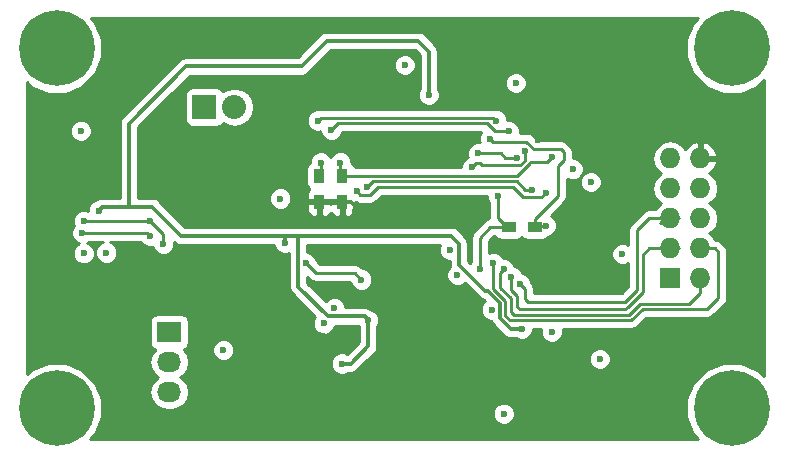
<source format=gbl>
G04 #@! TF.FileFunction,Copper,L2,Bot,Signal*
%FSLAX46Y46*%
G04 Gerber Fmt 4.6, Leading zero omitted, Abs format (unit mm)*
G04 Created by KiCad (PCBNEW 4.0.2-stable) date 8/15/2016 9:55:29 PM*
%MOMM*%
G01*
G04 APERTURE LIST*
%ADD10C,0.100000*%
%ADD11R,1.727200X1.727200*%
%ADD12O,1.727200X1.727200*%
%ADD13R,0.900000X1.200000*%
%ADD14R,1.200000X0.900000*%
%ADD15R,2.032000X2.032000*%
%ADD16O,2.032000X2.032000*%
%ADD17R,2.032000X1.727200*%
%ADD18O,2.032000X1.727200*%
%ADD19C,6.400000*%
%ADD20C,0.600000*%
%ADD21C,0.250000*%
%ADD22C,0.300000*%
%ADD23C,0.254000*%
G04 APERTURE END LIST*
D10*
D11*
X102950000Y-78000000D03*
D12*
X105490000Y-78000000D03*
X102950000Y-75460000D03*
X105490000Y-75460000D03*
X102950000Y-72920000D03*
X105490000Y-72920000D03*
X102950000Y-70380000D03*
X105490000Y-70380000D03*
X102950000Y-67840000D03*
X105490000Y-67840000D03*
D13*
X75192100Y-71526200D03*
X75192100Y-69326200D03*
X73249000Y-71526200D03*
X73249000Y-69326200D03*
D14*
X89294000Y-73652000D03*
X91494000Y-73652000D03*
D15*
X63520800Y-63492000D03*
D16*
X66060800Y-63492000D03*
D17*
X60549000Y-82542000D03*
D18*
X60549000Y-85082000D03*
X60549000Y-87622000D03*
D19*
X51000000Y-58520000D03*
X51000000Y-89000000D03*
X108150000Y-89000000D03*
X108150000Y-58520000D03*
D20*
X88235000Y-64635000D03*
X73122000Y-64635000D03*
X70328000Y-74977000D03*
X75154000Y-85209000D03*
X77382000Y-81526000D03*
X90394000Y-82288000D03*
X82520000Y-62476000D03*
X54580000Y-72255000D03*
X88870000Y-89456000D03*
X96998000Y-84828000D03*
X65121000Y-84066000D03*
X73630000Y-81816000D03*
X74519000Y-80546000D03*
X55219900Y-75811000D03*
X53310000Y-75876500D03*
X88362000Y-70985000D03*
X86838000Y-77208000D03*
X92934000Y-82542000D03*
X87854000Y-80637000D03*
X84933000Y-77716000D03*
X89886000Y-61460000D03*
X80488000Y-59936000D03*
X94712000Y-68755300D03*
X98903000Y-75938000D03*
X96236000Y-69842000D03*
X69947000Y-71239000D03*
X53056000Y-65505000D03*
X95292000Y-89654000D03*
X66772000Y-89939000D03*
X73503000Y-60444000D03*
X76678000Y-60317000D03*
X88108000Y-61587000D03*
X91791000Y-66286000D03*
X76297000Y-72382000D03*
X95220000Y-73012600D03*
X92426000Y-77589000D03*
X84298000Y-75557000D03*
X76805000Y-78097000D03*
X72106000Y-76700000D03*
X89290110Y-65526247D03*
X74265000Y-65397000D03*
X86711000Y-67419010D03*
X89965100Y-67810000D03*
X90648000Y-67175000D03*
X86203000Y-68572000D03*
X90267000Y-78478000D03*
X89505000Y-77843000D03*
X88870000Y-77208000D03*
X87981000Y-76686300D03*
X92426000Y-73525000D03*
X87727000Y-66159000D03*
X75027000Y-68191000D03*
X92934000Y-67683000D03*
X76424000Y-70604000D03*
X73376000Y-68191000D03*
X92426000Y-70731000D03*
X77313000Y-70223000D03*
X91283000Y-70477000D03*
X60041000Y-75049000D03*
X58898000Y-73117900D03*
X53288600Y-73165400D03*
X58898000Y-74414000D03*
X53183000Y-74160000D03*
D21*
X87981000Y-64381000D02*
X88235000Y-64635000D01*
X84679000Y-64381000D02*
X87981000Y-64381000D01*
X73376000Y-64381000D02*
X73122000Y-64635000D01*
X84679000Y-64381000D02*
X73376000Y-64381000D01*
D22*
X61565000Y-74414000D02*
X70455000Y-74414000D01*
X70328000Y-74541000D02*
X70455000Y-74414000D01*
X70455000Y-74414000D02*
X71471000Y-74414000D01*
X70328000Y-74977000D02*
X70328000Y-74541000D01*
X75916000Y-85209000D02*
X75154000Y-85209000D01*
X77382000Y-83743000D02*
X75916000Y-85209000D01*
X77382000Y-81526000D02*
X77382000Y-83743000D01*
X71471000Y-74414000D02*
X84425000Y-74414000D01*
X73965001Y-81226001D02*
X71455999Y-78716999D01*
X71455999Y-78716999D02*
X71455999Y-74429001D01*
X71455999Y-74429001D02*
X71471000Y-74414000D01*
X77382000Y-81526000D02*
X77082001Y-81226001D01*
X77082001Y-81226001D02*
X73965001Y-81226001D01*
X57120000Y-71955001D02*
X59106001Y-71955001D01*
X88521990Y-81341755D02*
X89468235Y-82288000D01*
X59106001Y-71955001D02*
X61565000Y-74414000D01*
X84425000Y-74414000D02*
X85060000Y-75049000D01*
X88521990Y-80071754D02*
X88521990Y-81341755D01*
X85060000Y-75049000D02*
X85060000Y-76827000D01*
X85060000Y-76827000D02*
X87288755Y-79055755D01*
X87288755Y-79055755D02*
X87505990Y-79055755D01*
X87505990Y-79055755D02*
X88521990Y-80071754D01*
X89468235Y-82288000D02*
X90394000Y-82288000D01*
X82520000Y-58793000D02*
X82520000Y-62476000D01*
X81631000Y-57904000D02*
X82520000Y-58793000D01*
X73884000Y-57904000D02*
X81631000Y-57904000D01*
X71740001Y-60047999D02*
X73884000Y-57904000D01*
X57120000Y-64889000D02*
X61961001Y-60047999D01*
X61961001Y-60047999D02*
X71740001Y-60047999D01*
X54879999Y-71955001D02*
X57120000Y-71955001D01*
X57120000Y-71955001D02*
X57120000Y-64889000D01*
X54580000Y-72255000D02*
X54879999Y-71955001D01*
D21*
X88362000Y-70985000D02*
X88362000Y-72870000D01*
X88362000Y-72870000D02*
X89144000Y-73652000D01*
X89144000Y-73652000D02*
X89294000Y-73652000D01*
X86838000Y-74541000D02*
X86838000Y-77208000D01*
X87727000Y-73652000D02*
X86838000Y-74541000D01*
X89294000Y-73652000D02*
X87727000Y-73652000D01*
D22*
X91791000Y-66286000D02*
X88108000Y-62603000D01*
X88108000Y-62603000D02*
X88108000Y-62349000D01*
X88108000Y-62349000D02*
X88108000Y-61587000D01*
X76297000Y-71881100D02*
X76297000Y-72382000D01*
X75192100Y-71526200D02*
X75942100Y-71526200D01*
X75942100Y-71526200D02*
X76297000Y-71881100D01*
X73249000Y-71526200D02*
X75192100Y-71526200D01*
D21*
X76251001Y-77543001D02*
X76805000Y-78097000D01*
X75489001Y-77543001D02*
X76251001Y-77543001D01*
X73965001Y-77543001D02*
X75489001Y-77543001D01*
X72949001Y-77543001D02*
X72106000Y-76700000D01*
X73965001Y-77543001D02*
X72949001Y-77543001D01*
X88108000Y-65524000D02*
X89287863Y-65524000D01*
X89287863Y-65524000D02*
X89290110Y-65526247D01*
X87415010Y-64831010D02*
X88108000Y-65524000D01*
X84492600Y-64831010D02*
X87415010Y-64831010D01*
X74830990Y-64831010D02*
X84492600Y-64831010D01*
X74265000Y-65397000D02*
X74830990Y-64831010D01*
X88606010Y-67419010D02*
X88997000Y-67810000D01*
X88997000Y-67810000D02*
X89965100Y-67810000D01*
X86711000Y-67419010D02*
X88606010Y-67419010D01*
X90648000Y-68064000D02*
X90648000Y-67175000D01*
X90276999Y-68435001D02*
X90648000Y-68064000D01*
X86883999Y-68272001D02*
X87046999Y-68435001D01*
X87046999Y-68435001D02*
X90276999Y-68435001D01*
X86203000Y-68572000D02*
X86502999Y-68272001D01*
X86502999Y-68272001D02*
X86883999Y-68272001D01*
X90267000Y-78478000D02*
X90648000Y-78859000D01*
X90648000Y-78859000D02*
X90648000Y-79748000D01*
X90902000Y-80002000D02*
X99157000Y-80002000D01*
X90648000Y-79748000D02*
X90902000Y-80002000D01*
X99157000Y-80002000D02*
X100173000Y-78986000D01*
X100173000Y-78986000D02*
X100173000Y-73906000D01*
X100173000Y-73906000D02*
X101159000Y-72920000D01*
X101159000Y-72920000D02*
X102950000Y-72920000D01*
X103705000Y-72920000D02*
X102483686Y-72920000D01*
X102483686Y-72920000D02*
X102078000Y-73325686D01*
X100623010Y-75995990D02*
X101159000Y-75460000D01*
X101159000Y-75460000D02*
X102950000Y-75460000D01*
X100623010Y-79172400D02*
X100623010Y-75995990D01*
X99168020Y-80625980D02*
X99341990Y-80452010D01*
X99341990Y-80452010D02*
X99343401Y-80452009D01*
X99343401Y-80452009D02*
X100623010Y-79172400D01*
X103705000Y-75460000D02*
X102175000Y-75460000D01*
X90013000Y-80383000D02*
X90013000Y-79494000D01*
X99168020Y-80625980D02*
X90255980Y-80625980D01*
X90255980Y-80625980D02*
X90013000Y-80383000D01*
X90013000Y-79494000D02*
X89505000Y-78986000D01*
X89505000Y-78986000D02*
X89505000Y-77843000D01*
X99480010Y-81075990D02*
X89689990Y-81075990D01*
X100427000Y-80129000D02*
X99480010Y-81075990D01*
X104582314Y-80129000D02*
X100427000Y-80129000D01*
X105490000Y-78000000D02*
X105490000Y-79221314D01*
X105490000Y-79221314D02*
X104582314Y-80129000D01*
X88870000Y-77208000D02*
X88570001Y-77507999D01*
X88570001Y-77507999D02*
X88570001Y-78811591D01*
X88570001Y-78811591D02*
X89447010Y-79688600D01*
X89447010Y-79688600D02*
X89447010Y-80833010D01*
X89447010Y-80833010D02*
X89689990Y-81075990D01*
X105490000Y-75460000D02*
X106711314Y-75460000D01*
X106711314Y-75460000D02*
X107031000Y-75779686D01*
X107031000Y-75779686D02*
X107031000Y-79621000D01*
X107031000Y-79621000D02*
X106072990Y-80579010D01*
X89378000Y-81526000D02*
X88997000Y-81145000D01*
X106072990Y-80579010D02*
X100613400Y-80579010D01*
X88997000Y-79875000D02*
X87981000Y-78859000D01*
X100613400Y-80579010D02*
X99666410Y-81526000D01*
X99666410Y-81526000D02*
X89378000Y-81526000D01*
X88997000Y-81145000D02*
X88997000Y-79875000D01*
X87981000Y-78859000D02*
X87981000Y-76686300D01*
X92426000Y-73525000D02*
X91621000Y-73525000D01*
X91621000Y-73525000D02*
X91494000Y-73652000D01*
X87727000Y-66159000D02*
X87981000Y-66413000D01*
X87981000Y-66413000D02*
X90775000Y-66413000D01*
X90775000Y-66413000D02*
X91419999Y-67057999D01*
X91419999Y-67057999D02*
X93705999Y-67057999D01*
X93705999Y-67057999D02*
X93950000Y-67302000D01*
X93950000Y-67302000D02*
X93950000Y-67937000D01*
X93950000Y-67937000D02*
X93442000Y-68445000D01*
X93442000Y-68445000D02*
X93442000Y-71004000D01*
X93442000Y-71004000D02*
X91494000Y-72952000D01*
X91494000Y-72952000D02*
X91494000Y-73652000D01*
X75192100Y-69326200D02*
X90022210Y-69326200D01*
X90022210Y-69326200D02*
X91098009Y-68250401D01*
X91098009Y-68250401D02*
X91098009Y-68121991D01*
X91098009Y-68121991D02*
X92495009Y-68121991D01*
X92495009Y-68121991D02*
X92934000Y-67683000D01*
X75027000Y-68191000D02*
X75027000Y-69161100D01*
X75027000Y-69161100D02*
X75192100Y-69326200D01*
X76424000Y-70604000D02*
X76723999Y-70903999D01*
X76723999Y-70903999D02*
X77521001Y-70903999D01*
X77521001Y-70903999D02*
X78198780Y-70226220D01*
X78198780Y-70226220D02*
X89635220Y-70226220D01*
X89635220Y-70226220D02*
X90511001Y-71102001D01*
X90511001Y-71102001D02*
X92054999Y-71102001D01*
X92054999Y-71102001D02*
X92426000Y-70731000D01*
X73376000Y-68191000D02*
X73376000Y-69199200D01*
X73376000Y-69199200D02*
X73249000Y-69326200D01*
X77313000Y-70223000D02*
X77759790Y-69776210D01*
X77759790Y-69776210D02*
X89947210Y-69776210D01*
X89947210Y-69776210D02*
X90648000Y-70477000D01*
X90648000Y-70477000D02*
X91283000Y-70477000D01*
X60041000Y-75049000D02*
X60041000Y-74260900D01*
X60041000Y-74260900D02*
X58898000Y-73117900D01*
X58368600Y-73165400D02*
X58416100Y-73117900D01*
X58416100Y-73117900D02*
X58898000Y-73117900D01*
X53288600Y-73165400D02*
X58368600Y-73165400D01*
X58644000Y-74160000D02*
X58898000Y-74414000D01*
X53183000Y-74160000D02*
X58644000Y-74160000D01*
D23*
G36*
X104900741Y-56344811D02*
X104315667Y-57753825D01*
X104314336Y-59279482D01*
X104896950Y-60689515D01*
X105974811Y-61769259D01*
X107383825Y-62354333D01*
X108909482Y-62355664D01*
X110319515Y-61773050D01*
X110868000Y-61225522D01*
X110868000Y-86294500D01*
X110325189Y-85750741D01*
X108916175Y-85165667D01*
X107390518Y-85164336D01*
X105980485Y-85746950D01*
X104900741Y-86824811D01*
X104315667Y-88233825D01*
X104314336Y-89759482D01*
X104896950Y-91169515D01*
X105312709Y-91586000D01*
X53837730Y-91586000D01*
X54249259Y-91175189D01*
X54834333Y-89766175D01*
X54834442Y-89641167D01*
X87934838Y-89641167D01*
X88076883Y-89984943D01*
X88339673Y-90248192D01*
X88683201Y-90390838D01*
X89055167Y-90391162D01*
X89398943Y-90249117D01*
X89662192Y-89986327D01*
X89804838Y-89642799D01*
X89805162Y-89270833D01*
X89663117Y-88927057D01*
X89400327Y-88663808D01*
X89056799Y-88521162D01*
X88684833Y-88520838D01*
X88341057Y-88662883D01*
X88077808Y-88925673D01*
X87935162Y-89269201D01*
X87934838Y-89641167D01*
X54834442Y-89641167D01*
X54835664Y-88240518D01*
X54253050Y-86830485D01*
X53175189Y-85750741D01*
X51766175Y-85165667D01*
X50240518Y-85164336D01*
X48830485Y-85746950D01*
X48457000Y-86119784D01*
X48457000Y-85082000D01*
X58865655Y-85082000D01*
X58979729Y-85655489D01*
X59304585Y-86141670D01*
X59619366Y-86352000D01*
X59304585Y-86562330D01*
X58979729Y-87048511D01*
X58865655Y-87622000D01*
X58979729Y-88195489D01*
X59304585Y-88681670D01*
X59790766Y-89006526D01*
X60364255Y-89120600D01*
X60733745Y-89120600D01*
X61307234Y-89006526D01*
X61793415Y-88681670D01*
X62118271Y-88195489D01*
X62232345Y-87622000D01*
X62118271Y-87048511D01*
X61793415Y-86562330D01*
X61478634Y-86352000D01*
X61793415Y-86141670D01*
X62118271Y-85655489D01*
X62232345Y-85082000D01*
X62118271Y-84508511D01*
X61946320Y-84251167D01*
X64185838Y-84251167D01*
X64327883Y-84594943D01*
X64590673Y-84858192D01*
X64934201Y-85000838D01*
X65306167Y-85001162D01*
X65649943Y-84859117D01*
X65913192Y-84596327D01*
X66055838Y-84252799D01*
X66056162Y-83880833D01*
X65914117Y-83537057D01*
X65651327Y-83273808D01*
X65307799Y-83131162D01*
X64935833Y-83130838D01*
X64592057Y-83272883D01*
X64328808Y-83535673D01*
X64186162Y-83879201D01*
X64185838Y-84251167D01*
X61946320Y-84251167D01*
X61793415Y-84022330D01*
X61779087Y-84012757D01*
X61800317Y-84008762D01*
X62016441Y-83869690D01*
X62161431Y-83657490D01*
X62212440Y-83405600D01*
X62212440Y-81678400D01*
X62168162Y-81443083D01*
X62029090Y-81226959D01*
X61816890Y-81081969D01*
X61565000Y-81030960D01*
X59533000Y-81030960D01*
X59297683Y-81075238D01*
X59081559Y-81214310D01*
X58936569Y-81426510D01*
X58885560Y-81678400D01*
X58885560Y-83405600D01*
X58929838Y-83640917D01*
X59068910Y-83857041D01*
X59281110Y-84002031D01*
X59322439Y-84010400D01*
X59304585Y-84022330D01*
X58979729Y-84508511D01*
X58865655Y-85082000D01*
X48457000Y-85082000D01*
X48457000Y-74345167D01*
X52247838Y-74345167D01*
X52389883Y-74688943D01*
X52652673Y-74952192D01*
X52875068Y-75044539D01*
X52781057Y-75083383D01*
X52517808Y-75346173D01*
X52375162Y-75689701D01*
X52374838Y-76061667D01*
X52516883Y-76405443D01*
X52779673Y-76668692D01*
X53123201Y-76811338D01*
X53495167Y-76811662D01*
X53838943Y-76669617D01*
X54102192Y-76406827D01*
X54244838Y-76063299D01*
X54245162Y-75691333D01*
X54103117Y-75347557D01*
X53840327Y-75084308D01*
X53617932Y-74991961D01*
X53711943Y-74953117D01*
X53745118Y-74920000D01*
X54927853Y-74920000D01*
X54690957Y-75017883D01*
X54427708Y-75280673D01*
X54285062Y-75624201D01*
X54284738Y-75996167D01*
X54426783Y-76339943D01*
X54689573Y-76603192D01*
X55033101Y-76745838D01*
X55405067Y-76746162D01*
X55748843Y-76604117D01*
X56012092Y-76341327D01*
X56154738Y-75997799D01*
X56155062Y-75625833D01*
X56013017Y-75282057D01*
X55750227Y-75018808D01*
X55512272Y-74920000D01*
X58095403Y-74920000D01*
X58104883Y-74942943D01*
X58367673Y-75206192D01*
X58711201Y-75348838D01*
X59083167Y-75349162D01*
X59143118Y-75324391D01*
X59247883Y-75577943D01*
X59510673Y-75841192D01*
X59854201Y-75983838D01*
X60226167Y-75984162D01*
X60569943Y-75842117D01*
X60833192Y-75579327D01*
X60975838Y-75235799D01*
X60976100Y-74935258D01*
X61009921Y-74969079D01*
X61264594Y-75139245D01*
X61565000Y-75199000D01*
X69408057Y-75199000D01*
X69534883Y-75505943D01*
X69797673Y-75769192D01*
X70141201Y-75911838D01*
X70513167Y-75912162D01*
X70670999Y-75846947D01*
X70670999Y-78716999D01*
X70730754Y-79017406D01*
X70900920Y-79272078D01*
X72876195Y-81247353D01*
X72837808Y-81285673D01*
X72695162Y-81629201D01*
X72694838Y-82001167D01*
X72836883Y-82344943D01*
X73099673Y-82608192D01*
X73443201Y-82750838D01*
X73815167Y-82751162D01*
X74158943Y-82609117D01*
X74422192Y-82346327D01*
X74561432Y-82011001D01*
X76570727Y-82011001D01*
X76588883Y-82054943D01*
X76597000Y-82063074D01*
X76597000Y-83417842D01*
X75623353Y-84391489D01*
X75340799Y-84274162D01*
X74968833Y-84273838D01*
X74625057Y-84415883D01*
X74361808Y-84678673D01*
X74219162Y-85022201D01*
X74218838Y-85394167D01*
X74360883Y-85737943D01*
X74623673Y-86001192D01*
X74967201Y-86143838D01*
X75339167Y-86144162D01*
X75682943Y-86002117D01*
X75691074Y-85994000D01*
X75916000Y-85994000D01*
X76216407Y-85934245D01*
X76471079Y-85764079D01*
X77221991Y-85013167D01*
X96062838Y-85013167D01*
X96204883Y-85356943D01*
X96467673Y-85620192D01*
X96811201Y-85762838D01*
X97183167Y-85763162D01*
X97526943Y-85621117D01*
X97790192Y-85358327D01*
X97932838Y-85014799D01*
X97933162Y-84642833D01*
X97791117Y-84299057D01*
X97528327Y-84035808D01*
X97184799Y-83893162D01*
X96812833Y-83892838D01*
X96469057Y-84034883D01*
X96205808Y-84297673D01*
X96063162Y-84641201D01*
X96062838Y-85013167D01*
X77221991Y-85013167D01*
X77937079Y-84298079D01*
X78107245Y-84043407D01*
X78167000Y-83743000D01*
X78167000Y-82063506D01*
X78174192Y-82056327D01*
X78316838Y-81712799D01*
X78317162Y-81340833D01*
X78175117Y-80997057D01*
X77912327Y-80733808D01*
X77568799Y-80591162D01*
X77517644Y-80591117D01*
X77382408Y-80500756D01*
X77082001Y-80441001D01*
X75454092Y-80441001D01*
X75454162Y-80360833D01*
X75312117Y-80017057D01*
X75049327Y-79753808D01*
X74705799Y-79611162D01*
X74333833Y-79610838D01*
X73990057Y-79752883D01*
X73795880Y-79946722D01*
X72240999Y-78391841D01*
X72240999Y-77909801D01*
X72411600Y-78080402D01*
X72658161Y-78245149D01*
X72706415Y-78254747D01*
X72949001Y-78303001D01*
X75878446Y-78303001D01*
X76011883Y-78625943D01*
X76274673Y-78889192D01*
X76618201Y-79031838D01*
X76990167Y-79032162D01*
X77333943Y-78890117D01*
X77597192Y-78627327D01*
X77739838Y-78283799D01*
X77740162Y-77911833D01*
X77598117Y-77568057D01*
X77335327Y-77304808D01*
X76991799Y-77162162D01*
X76944923Y-77162121D01*
X76788402Y-77005600D01*
X76541840Y-76840853D01*
X76251001Y-76783001D01*
X73263803Y-76783001D01*
X73041122Y-76560320D01*
X73041162Y-76514833D01*
X72899117Y-76171057D01*
X72636327Y-75907808D01*
X72292799Y-75765162D01*
X72240999Y-75765117D01*
X72240999Y-75199000D01*
X83434251Y-75199000D01*
X83363162Y-75370201D01*
X83362838Y-75742167D01*
X83504883Y-76085943D01*
X83767673Y-76349192D01*
X84111201Y-76491838D01*
X84275000Y-76491981D01*
X84275000Y-76827000D01*
X84312294Y-77014486D01*
X84140808Y-77185673D01*
X83998162Y-77529201D01*
X83997838Y-77901167D01*
X84139883Y-78244943D01*
X84402673Y-78508192D01*
X84746201Y-78650838D01*
X85118167Y-78651162D01*
X85461943Y-78509117D01*
X85547025Y-78424183D01*
X86733676Y-79610834D01*
X86988349Y-79781000D01*
X87154035Y-79813958D01*
X87254447Y-79914370D01*
X87061808Y-80106673D01*
X86919162Y-80450201D01*
X86918838Y-80822167D01*
X87060883Y-81165943D01*
X87323673Y-81429192D01*
X87667201Y-81571838D01*
X87782777Y-81571939D01*
X87796745Y-81642162D01*
X87966911Y-81896834D01*
X88913154Y-82843076D01*
X88913156Y-82843079D01*
X89085149Y-82958000D01*
X89167829Y-83013245D01*
X89468235Y-83073001D01*
X89468240Y-83073000D01*
X89856494Y-83073000D01*
X89863673Y-83080192D01*
X90207201Y-83222838D01*
X90579167Y-83223162D01*
X90922943Y-83081117D01*
X91186192Y-82818327D01*
X91328838Y-82474799D01*
X91329002Y-82286000D01*
X92027897Y-82286000D01*
X91999162Y-82355201D01*
X91998838Y-82727167D01*
X92140883Y-83070943D01*
X92403673Y-83334192D01*
X92747201Y-83476838D01*
X93119167Y-83477162D01*
X93462943Y-83335117D01*
X93726192Y-83072327D01*
X93868838Y-82728799D01*
X93869162Y-82356833D01*
X93839894Y-82286000D01*
X99666410Y-82286000D01*
X99957249Y-82228148D01*
X100203811Y-82063401D01*
X100928202Y-81339010D01*
X106072990Y-81339010D01*
X106363829Y-81281158D01*
X106610391Y-81116411D01*
X107568401Y-80158401D01*
X107733148Y-79911839D01*
X107791000Y-79621000D01*
X107791000Y-75779686D01*
X107773101Y-75689701D01*
X107733148Y-75488846D01*
X107568401Y-75242285D01*
X107248715Y-74922599D01*
X107002153Y-74757852D01*
X106778442Y-74713353D01*
X106549670Y-74370971D01*
X106278828Y-74190000D01*
X106549670Y-74009029D01*
X106874526Y-73522848D01*
X106988600Y-72949359D01*
X106988600Y-72890641D01*
X106874526Y-72317152D01*
X106549670Y-71830971D01*
X106278828Y-71650000D01*
X106549670Y-71469029D01*
X106874526Y-70982848D01*
X106988600Y-70409359D01*
X106988600Y-70350641D01*
X106874526Y-69777152D01*
X106549670Y-69290971D01*
X106278839Y-69110008D01*
X106696821Y-68728490D01*
X106944968Y-68199027D01*
X106824469Y-67967000D01*
X105617000Y-67967000D01*
X105617000Y-67987000D01*
X105363000Y-67987000D01*
X105363000Y-67967000D01*
X105343000Y-67967000D01*
X105343000Y-67713000D01*
X105363000Y-67713000D01*
X105363000Y-66506183D01*
X105617000Y-66506183D01*
X105617000Y-67713000D01*
X106824469Y-67713000D01*
X106944968Y-67480973D01*
X106696821Y-66951510D01*
X106264947Y-66557312D01*
X105849026Y-66385042D01*
X105617000Y-66506183D01*
X105363000Y-66506183D01*
X105130974Y-66385042D01*
X104715053Y-66557312D01*
X104283179Y-66951510D01*
X104225664Y-67074228D01*
X104009670Y-66750971D01*
X103523489Y-66426115D01*
X102950000Y-66312041D01*
X102376511Y-66426115D01*
X101890330Y-66750971D01*
X101565474Y-67237152D01*
X101451400Y-67810641D01*
X101451400Y-67869359D01*
X101565474Y-68442848D01*
X101890330Y-68929029D01*
X102161172Y-69110000D01*
X101890330Y-69290971D01*
X101565474Y-69777152D01*
X101451400Y-70350641D01*
X101451400Y-70409359D01*
X101565474Y-70982848D01*
X101890330Y-71469029D01*
X102161172Y-71650000D01*
X101890330Y-71830971D01*
X101670480Y-72160000D01*
X101159000Y-72160000D01*
X100868161Y-72217852D01*
X100621599Y-72382599D01*
X99635599Y-73368599D01*
X99470852Y-73615161D01*
X99413000Y-73906000D01*
X99413000Y-75137367D01*
X99089799Y-75003162D01*
X98717833Y-75002838D01*
X98374057Y-75144883D01*
X98110808Y-75407673D01*
X97968162Y-75751201D01*
X97967838Y-76123167D01*
X98109883Y-76466943D01*
X98372673Y-76730192D01*
X98716201Y-76872838D01*
X99088167Y-76873162D01*
X99413000Y-76738944D01*
X99413000Y-78671198D01*
X98842198Y-79242000D01*
X91408000Y-79242000D01*
X91408000Y-78859000D01*
X91366594Y-78650838D01*
X91350148Y-78568160D01*
X91202115Y-78346613D01*
X91202162Y-78292833D01*
X91060117Y-77949057D01*
X90797327Y-77685808D01*
X90453799Y-77543162D01*
X90392759Y-77543109D01*
X90298117Y-77314057D01*
X90035327Y-77050808D01*
X89771446Y-76941235D01*
X89663117Y-76679057D01*
X89400327Y-76415808D01*
X89056799Y-76273162D01*
X88821882Y-76272957D01*
X88774117Y-76157357D01*
X88511327Y-75894108D01*
X88167799Y-75751462D01*
X87795833Y-75751138D01*
X87598000Y-75832881D01*
X87598000Y-74855802D01*
X88041802Y-74412000D01*
X88138895Y-74412000D01*
X88229910Y-74553441D01*
X88442110Y-74698431D01*
X88694000Y-74749440D01*
X89894000Y-74749440D01*
X90129317Y-74705162D01*
X90345441Y-74566090D01*
X90393134Y-74496289D01*
X90429910Y-74553441D01*
X90642110Y-74698431D01*
X90894000Y-74749440D01*
X92094000Y-74749440D01*
X92329317Y-74705162D01*
X92545441Y-74566090D01*
X92620435Y-74456333D01*
X92954943Y-74318117D01*
X93218192Y-74055327D01*
X93360838Y-73711799D01*
X93361162Y-73339833D01*
X93219117Y-72996057D01*
X92956327Y-72732808D01*
X92837384Y-72683418D01*
X93979401Y-71541401D01*
X94144148Y-71294839D01*
X94202000Y-71004000D01*
X94202000Y-69555933D01*
X94525201Y-69690138D01*
X94897167Y-69690462D01*
X95240943Y-69548417D01*
X95419529Y-69370142D01*
X95301162Y-69655201D01*
X95300838Y-70027167D01*
X95442883Y-70370943D01*
X95705673Y-70634192D01*
X96049201Y-70776838D01*
X96421167Y-70777162D01*
X96764943Y-70635117D01*
X97028192Y-70372327D01*
X97170838Y-70028799D01*
X97171162Y-69656833D01*
X97029117Y-69313057D01*
X96766327Y-69049808D01*
X96422799Y-68907162D01*
X96050833Y-68906838D01*
X95707057Y-69048883D01*
X95528471Y-69227158D01*
X95646838Y-68942099D01*
X95647162Y-68570133D01*
X95505117Y-68226357D01*
X95242327Y-67963108D01*
X94898799Y-67820462D01*
X94710000Y-67820298D01*
X94710000Y-67302000D01*
X94652148Y-67011161D01*
X94487401Y-66764599D01*
X94243400Y-66520598D01*
X93996838Y-66355851D01*
X93705999Y-66297999D01*
X91734801Y-66297999D01*
X91312401Y-65875599D01*
X91065839Y-65710852D01*
X90775000Y-65653000D01*
X90225000Y-65653000D01*
X90225272Y-65341080D01*
X90083227Y-64997304D01*
X89820437Y-64734055D01*
X89476909Y-64591409D01*
X89170039Y-64591142D01*
X89170162Y-64449833D01*
X89028117Y-64106057D01*
X88765327Y-63842808D01*
X88421799Y-63700162D01*
X88303578Y-63700059D01*
X88271839Y-63678852D01*
X87981000Y-63621000D01*
X73376000Y-63621000D01*
X73085160Y-63678852D01*
X73053600Y-63699940D01*
X72936833Y-63699838D01*
X72593057Y-63841883D01*
X72329808Y-64104673D01*
X72187162Y-64448201D01*
X72186838Y-64820167D01*
X72328883Y-65163943D01*
X72591673Y-65427192D01*
X72935201Y-65569838D01*
X73307167Y-65570162D01*
X73329857Y-65560787D01*
X73329838Y-65582167D01*
X73471883Y-65925943D01*
X73734673Y-66189192D01*
X74078201Y-66331838D01*
X74450167Y-66332162D01*
X74793943Y-66190117D01*
X75057192Y-65927327D01*
X75196844Y-65591010D01*
X86972537Y-65591010D01*
X86934808Y-65628673D01*
X86792162Y-65972201D01*
X86791838Y-66344167D01*
X86849669Y-66484130D01*
X86525833Y-66483848D01*
X86182057Y-66625893D01*
X85918808Y-66888683D01*
X85776162Y-67232211D01*
X85775838Y-67604177D01*
X85822655Y-67717484D01*
X85674057Y-67778883D01*
X85410808Y-68041673D01*
X85268162Y-68385201D01*
X85268004Y-68566200D01*
X76259434Y-68566200D01*
X76245262Y-68490883D01*
X76106190Y-68274759D01*
X75962014Y-68176247D01*
X75962162Y-68005833D01*
X75820117Y-67662057D01*
X75557327Y-67398808D01*
X75213799Y-67256162D01*
X74841833Y-67255838D01*
X74498057Y-67397883D01*
X74234808Y-67660673D01*
X74201595Y-67740659D01*
X74169117Y-67662057D01*
X73906327Y-67398808D01*
X73562799Y-67256162D01*
X73190833Y-67255838D01*
X72847057Y-67397883D01*
X72583808Y-67660673D01*
X72441162Y-68004201D01*
X72440990Y-68201989D01*
X72347559Y-68262110D01*
X72202569Y-68474310D01*
X72151560Y-68726200D01*
X72151560Y-69926200D01*
X72195838Y-70161517D01*
X72334910Y-70377641D01*
X72403006Y-70424169D01*
X72260673Y-70566502D01*
X72164000Y-70799891D01*
X72164000Y-71240450D01*
X72322750Y-71399200D01*
X73122000Y-71399200D01*
X73122000Y-71379200D01*
X73376000Y-71379200D01*
X73376000Y-71399200D01*
X74175250Y-71399200D01*
X74220550Y-71353900D01*
X74265850Y-71399200D01*
X75065100Y-71399200D01*
X75065100Y-71379200D01*
X75319100Y-71379200D01*
X75319100Y-71399200D01*
X75339100Y-71399200D01*
X75339100Y-71653200D01*
X75319100Y-71653200D01*
X75319100Y-72602450D01*
X75477850Y-72761200D01*
X75768410Y-72761200D01*
X76001799Y-72664527D01*
X76180427Y-72485898D01*
X76277100Y-72252509D01*
X76277100Y-71811950D01*
X76118352Y-71653202D01*
X76277100Y-71653202D01*
X76277100Y-71538873D01*
X76332549Y-71538921D01*
X76433160Y-71606147D01*
X76723999Y-71663999D01*
X77521001Y-71663999D01*
X77811840Y-71606147D01*
X78058402Y-71441400D01*
X78513582Y-70986220D01*
X87426998Y-70986220D01*
X87426838Y-71170167D01*
X87568883Y-71513943D01*
X87602000Y-71547118D01*
X87602000Y-72870000D01*
X87610967Y-72915081D01*
X87436161Y-72949852D01*
X87189599Y-73114599D01*
X86300599Y-74003599D01*
X86135852Y-74250161D01*
X86078000Y-74541000D01*
X86078000Y-76645537D01*
X86045808Y-76677673D01*
X86038480Y-76695322D01*
X85845000Y-76501842D01*
X85845000Y-75049005D01*
X85845001Y-75049000D01*
X85785245Y-74748594D01*
X85615079Y-74493921D01*
X84980079Y-73858921D01*
X84725407Y-73688755D01*
X84425000Y-73629000D01*
X71471005Y-73629000D01*
X71471000Y-73628999D01*
X71470995Y-73629000D01*
X61890158Y-73629000D01*
X59685325Y-71424167D01*
X69011838Y-71424167D01*
X69153883Y-71767943D01*
X69416673Y-72031192D01*
X69760201Y-72173838D01*
X70132167Y-72174162D01*
X70475943Y-72032117D01*
X70696494Y-71811950D01*
X72164000Y-71811950D01*
X72164000Y-72252509D01*
X72260673Y-72485898D01*
X72439301Y-72664527D01*
X72672690Y-72761200D01*
X72963250Y-72761200D01*
X73122000Y-72602450D01*
X73122000Y-71653200D01*
X73376000Y-71653200D01*
X73376000Y-72602450D01*
X73534750Y-72761200D01*
X73825310Y-72761200D01*
X74058699Y-72664527D01*
X74220550Y-72502675D01*
X74382401Y-72664527D01*
X74615790Y-72761200D01*
X74906350Y-72761200D01*
X75065100Y-72602450D01*
X75065100Y-71653200D01*
X74265850Y-71653200D01*
X74220550Y-71698500D01*
X74175250Y-71653200D01*
X73376000Y-71653200D01*
X73122000Y-71653200D01*
X72322750Y-71653200D01*
X72164000Y-71811950D01*
X70696494Y-71811950D01*
X70739192Y-71769327D01*
X70881838Y-71425799D01*
X70882162Y-71053833D01*
X70740117Y-70710057D01*
X70477327Y-70446808D01*
X70133799Y-70304162D01*
X69761833Y-70303838D01*
X69418057Y-70445883D01*
X69154808Y-70708673D01*
X69012162Y-71052201D01*
X69011838Y-71424167D01*
X59685325Y-71424167D01*
X59661080Y-71399922D01*
X59406408Y-71229756D01*
X59106001Y-71170001D01*
X57905000Y-71170001D01*
X57905000Y-65214158D01*
X60643158Y-62476000D01*
X61857360Y-62476000D01*
X61857360Y-64508000D01*
X61901638Y-64743317D01*
X62040710Y-64959441D01*
X62252910Y-65104431D01*
X62504800Y-65155440D01*
X64536800Y-65155440D01*
X64772117Y-65111162D01*
X64988241Y-64972090D01*
X65095033Y-64815794D01*
X65396645Y-65017325D01*
X66028455Y-65143000D01*
X66093145Y-65143000D01*
X66724955Y-65017325D01*
X67260578Y-64659433D01*
X67618470Y-64123810D01*
X67744145Y-63492000D01*
X67618470Y-62860190D01*
X67260578Y-62324567D01*
X66724955Y-61966675D01*
X66093145Y-61841000D01*
X66028455Y-61841000D01*
X65396645Y-61966675D01*
X65093838Y-62169004D01*
X65000890Y-62024559D01*
X64788690Y-61879569D01*
X64536800Y-61828560D01*
X62504800Y-61828560D01*
X62269483Y-61872838D01*
X62053359Y-62011910D01*
X61908369Y-62224110D01*
X61857360Y-62476000D01*
X60643158Y-62476000D01*
X62286159Y-60832999D01*
X71740001Y-60832999D01*
X72040408Y-60773244D01*
X72295080Y-60603078D01*
X72776990Y-60121167D01*
X79552838Y-60121167D01*
X79694883Y-60464943D01*
X79957673Y-60728192D01*
X80301201Y-60870838D01*
X80673167Y-60871162D01*
X81016943Y-60729117D01*
X81280192Y-60466327D01*
X81422838Y-60122799D01*
X81423162Y-59750833D01*
X81281117Y-59407057D01*
X81018327Y-59143808D01*
X80674799Y-59001162D01*
X80302833Y-59000838D01*
X79959057Y-59142883D01*
X79695808Y-59405673D01*
X79553162Y-59749201D01*
X79552838Y-60121167D01*
X72776990Y-60121167D01*
X74209157Y-58689000D01*
X81305842Y-58689000D01*
X81735000Y-59118158D01*
X81735000Y-61938494D01*
X81727808Y-61945673D01*
X81585162Y-62289201D01*
X81584838Y-62661167D01*
X81726883Y-63004943D01*
X81989673Y-63268192D01*
X82333201Y-63410838D01*
X82705167Y-63411162D01*
X83048943Y-63269117D01*
X83312192Y-63006327D01*
X83454838Y-62662799D01*
X83455162Y-62290833D01*
X83313117Y-61947057D01*
X83305000Y-61938926D01*
X83305000Y-61645167D01*
X88950838Y-61645167D01*
X89092883Y-61988943D01*
X89355673Y-62252192D01*
X89699201Y-62394838D01*
X90071167Y-62395162D01*
X90414943Y-62253117D01*
X90678192Y-61990327D01*
X90820838Y-61646799D01*
X90821162Y-61274833D01*
X90679117Y-60931057D01*
X90416327Y-60667808D01*
X90072799Y-60525162D01*
X89700833Y-60524838D01*
X89357057Y-60666883D01*
X89093808Y-60929673D01*
X88951162Y-61273201D01*
X88950838Y-61645167D01*
X83305000Y-61645167D01*
X83305000Y-58793000D01*
X83245245Y-58492594D01*
X83075079Y-58237921D01*
X82186079Y-57348921D01*
X81931407Y-57178755D01*
X81631000Y-57119000D01*
X73884000Y-57119000D01*
X73583594Y-57178755D01*
X73328921Y-57348921D01*
X73328919Y-57348924D01*
X71414843Y-59262999D01*
X61961001Y-59262999D01*
X61660594Y-59322754D01*
X61405922Y-59492920D01*
X56564921Y-64333921D01*
X56394755Y-64588593D01*
X56394195Y-64591409D01*
X56335000Y-64889000D01*
X56335000Y-71170001D01*
X54879999Y-71170001D01*
X54579593Y-71229756D01*
X54444710Y-71319881D01*
X54394833Y-71319838D01*
X54051057Y-71461883D01*
X53787808Y-71724673D01*
X53645162Y-72068201D01*
X53644959Y-72300970D01*
X53475399Y-72230562D01*
X53103433Y-72230238D01*
X52759657Y-72372283D01*
X52496408Y-72635073D01*
X52353762Y-72978601D01*
X52353438Y-73350567D01*
X52445998Y-73574579D01*
X52390808Y-73629673D01*
X52248162Y-73973201D01*
X52247838Y-74345167D01*
X48457000Y-74345167D01*
X48457000Y-65690167D01*
X52120838Y-65690167D01*
X52262883Y-66033943D01*
X52525673Y-66297192D01*
X52869201Y-66439838D01*
X53241167Y-66440162D01*
X53584943Y-66298117D01*
X53848192Y-66035327D01*
X53990838Y-65691799D01*
X53991162Y-65319833D01*
X53849117Y-64976057D01*
X53586327Y-64712808D01*
X53242799Y-64570162D01*
X52870833Y-64569838D01*
X52527057Y-64711883D01*
X52263808Y-64974673D01*
X52121162Y-65318201D01*
X52120838Y-65690167D01*
X48457000Y-65690167D01*
X48457000Y-61400805D01*
X48824811Y-61769259D01*
X50233825Y-62354333D01*
X51759482Y-62355664D01*
X53169515Y-61773050D01*
X54249259Y-60695189D01*
X54834333Y-59286175D01*
X54835664Y-57760518D01*
X54253050Y-56350485D01*
X53875225Y-55972000D01*
X105274203Y-55972000D01*
X104900741Y-56344811D01*
X104900741Y-56344811D01*
G37*
X104900741Y-56344811D02*
X104315667Y-57753825D01*
X104314336Y-59279482D01*
X104896950Y-60689515D01*
X105974811Y-61769259D01*
X107383825Y-62354333D01*
X108909482Y-62355664D01*
X110319515Y-61773050D01*
X110868000Y-61225522D01*
X110868000Y-86294500D01*
X110325189Y-85750741D01*
X108916175Y-85165667D01*
X107390518Y-85164336D01*
X105980485Y-85746950D01*
X104900741Y-86824811D01*
X104315667Y-88233825D01*
X104314336Y-89759482D01*
X104896950Y-91169515D01*
X105312709Y-91586000D01*
X53837730Y-91586000D01*
X54249259Y-91175189D01*
X54834333Y-89766175D01*
X54834442Y-89641167D01*
X87934838Y-89641167D01*
X88076883Y-89984943D01*
X88339673Y-90248192D01*
X88683201Y-90390838D01*
X89055167Y-90391162D01*
X89398943Y-90249117D01*
X89662192Y-89986327D01*
X89804838Y-89642799D01*
X89805162Y-89270833D01*
X89663117Y-88927057D01*
X89400327Y-88663808D01*
X89056799Y-88521162D01*
X88684833Y-88520838D01*
X88341057Y-88662883D01*
X88077808Y-88925673D01*
X87935162Y-89269201D01*
X87934838Y-89641167D01*
X54834442Y-89641167D01*
X54835664Y-88240518D01*
X54253050Y-86830485D01*
X53175189Y-85750741D01*
X51766175Y-85165667D01*
X50240518Y-85164336D01*
X48830485Y-85746950D01*
X48457000Y-86119784D01*
X48457000Y-85082000D01*
X58865655Y-85082000D01*
X58979729Y-85655489D01*
X59304585Y-86141670D01*
X59619366Y-86352000D01*
X59304585Y-86562330D01*
X58979729Y-87048511D01*
X58865655Y-87622000D01*
X58979729Y-88195489D01*
X59304585Y-88681670D01*
X59790766Y-89006526D01*
X60364255Y-89120600D01*
X60733745Y-89120600D01*
X61307234Y-89006526D01*
X61793415Y-88681670D01*
X62118271Y-88195489D01*
X62232345Y-87622000D01*
X62118271Y-87048511D01*
X61793415Y-86562330D01*
X61478634Y-86352000D01*
X61793415Y-86141670D01*
X62118271Y-85655489D01*
X62232345Y-85082000D01*
X62118271Y-84508511D01*
X61946320Y-84251167D01*
X64185838Y-84251167D01*
X64327883Y-84594943D01*
X64590673Y-84858192D01*
X64934201Y-85000838D01*
X65306167Y-85001162D01*
X65649943Y-84859117D01*
X65913192Y-84596327D01*
X66055838Y-84252799D01*
X66056162Y-83880833D01*
X65914117Y-83537057D01*
X65651327Y-83273808D01*
X65307799Y-83131162D01*
X64935833Y-83130838D01*
X64592057Y-83272883D01*
X64328808Y-83535673D01*
X64186162Y-83879201D01*
X64185838Y-84251167D01*
X61946320Y-84251167D01*
X61793415Y-84022330D01*
X61779087Y-84012757D01*
X61800317Y-84008762D01*
X62016441Y-83869690D01*
X62161431Y-83657490D01*
X62212440Y-83405600D01*
X62212440Y-81678400D01*
X62168162Y-81443083D01*
X62029090Y-81226959D01*
X61816890Y-81081969D01*
X61565000Y-81030960D01*
X59533000Y-81030960D01*
X59297683Y-81075238D01*
X59081559Y-81214310D01*
X58936569Y-81426510D01*
X58885560Y-81678400D01*
X58885560Y-83405600D01*
X58929838Y-83640917D01*
X59068910Y-83857041D01*
X59281110Y-84002031D01*
X59322439Y-84010400D01*
X59304585Y-84022330D01*
X58979729Y-84508511D01*
X58865655Y-85082000D01*
X48457000Y-85082000D01*
X48457000Y-74345167D01*
X52247838Y-74345167D01*
X52389883Y-74688943D01*
X52652673Y-74952192D01*
X52875068Y-75044539D01*
X52781057Y-75083383D01*
X52517808Y-75346173D01*
X52375162Y-75689701D01*
X52374838Y-76061667D01*
X52516883Y-76405443D01*
X52779673Y-76668692D01*
X53123201Y-76811338D01*
X53495167Y-76811662D01*
X53838943Y-76669617D01*
X54102192Y-76406827D01*
X54244838Y-76063299D01*
X54245162Y-75691333D01*
X54103117Y-75347557D01*
X53840327Y-75084308D01*
X53617932Y-74991961D01*
X53711943Y-74953117D01*
X53745118Y-74920000D01*
X54927853Y-74920000D01*
X54690957Y-75017883D01*
X54427708Y-75280673D01*
X54285062Y-75624201D01*
X54284738Y-75996167D01*
X54426783Y-76339943D01*
X54689573Y-76603192D01*
X55033101Y-76745838D01*
X55405067Y-76746162D01*
X55748843Y-76604117D01*
X56012092Y-76341327D01*
X56154738Y-75997799D01*
X56155062Y-75625833D01*
X56013017Y-75282057D01*
X55750227Y-75018808D01*
X55512272Y-74920000D01*
X58095403Y-74920000D01*
X58104883Y-74942943D01*
X58367673Y-75206192D01*
X58711201Y-75348838D01*
X59083167Y-75349162D01*
X59143118Y-75324391D01*
X59247883Y-75577943D01*
X59510673Y-75841192D01*
X59854201Y-75983838D01*
X60226167Y-75984162D01*
X60569943Y-75842117D01*
X60833192Y-75579327D01*
X60975838Y-75235799D01*
X60976100Y-74935258D01*
X61009921Y-74969079D01*
X61264594Y-75139245D01*
X61565000Y-75199000D01*
X69408057Y-75199000D01*
X69534883Y-75505943D01*
X69797673Y-75769192D01*
X70141201Y-75911838D01*
X70513167Y-75912162D01*
X70670999Y-75846947D01*
X70670999Y-78716999D01*
X70730754Y-79017406D01*
X70900920Y-79272078D01*
X72876195Y-81247353D01*
X72837808Y-81285673D01*
X72695162Y-81629201D01*
X72694838Y-82001167D01*
X72836883Y-82344943D01*
X73099673Y-82608192D01*
X73443201Y-82750838D01*
X73815167Y-82751162D01*
X74158943Y-82609117D01*
X74422192Y-82346327D01*
X74561432Y-82011001D01*
X76570727Y-82011001D01*
X76588883Y-82054943D01*
X76597000Y-82063074D01*
X76597000Y-83417842D01*
X75623353Y-84391489D01*
X75340799Y-84274162D01*
X74968833Y-84273838D01*
X74625057Y-84415883D01*
X74361808Y-84678673D01*
X74219162Y-85022201D01*
X74218838Y-85394167D01*
X74360883Y-85737943D01*
X74623673Y-86001192D01*
X74967201Y-86143838D01*
X75339167Y-86144162D01*
X75682943Y-86002117D01*
X75691074Y-85994000D01*
X75916000Y-85994000D01*
X76216407Y-85934245D01*
X76471079Y-85764079D01*
X77221991Y-85013167D01*
X96062838Y-85013167D01*
X96204883Y-85356943D01*
X96467673Y-85620192D01*
X96811201Y-85762838D01*
X97183167Y-85763162D01*
X97526943Y-85621117D01*
X97790192Y-85358327D01*
X97932838Y-85014799D01*
X97933162Y-84642833D01*
X97791117Y-84299057D01*
X97528327Y-84035808D01*
X97184799Y-83893162D01*
X96812833Y-83892838D01*
X96469057Y-84034883D01*
X96205808Y-84297673D01*
X96063162Y-84641201D01*
X96062838Y-85013167D01*
X77221991Y-85013167D01*
X77937079Y-84298079D01*
X78107245Y-84043407D01*
X78167000Y-83743000D01*
X78167000Y-82063506D01*
X78174192Y-82056327D01*
X78316838Y-81712799D01*
X78317162Y-81340833D01*
X78175117Y-80997057D01*
X77912327Y-80733808D01*
X77568799Y-80591162D01*
X77517644Y-80591117D01*
X77382408Y-80500756D01*
X77082001Y-80441001D01*
X75454092Y-80441001D01*
X75454162Y-80360833D01*
X75312117Y-80017057D01*
X75049327Y-79753808D01*
X74705799Y-79611162D01*
X74333833Y-79610838D01*
X73990057Y-79752883D01*
X73795880Y-79946722D01*
X72240999Y-78391841D01*
X72240999Y-77909801D01*
X72411600Y-78080402D01*
X72658161Y-78245149D01*
X72706415Y-78254747D01*
X72949001Y-78303001D01*
X75878446Y-78303001D01*
X76011883Y-78625943D01*
X76274673Y-78889192D01*
X76618201Y-79031838D01*
X76990167Y-79032162D01*
X77333943Y-78890117D01*
X77597192Y-78627327D01*
X77739838Y-78283799D01*
X77740162Y-77911833D01*
X77598117Y-77568057D01*
X77335327Y-77304808D01*
X76991799Y-77162162D01*
X76944923Y-77162121D01*
X76788402Y-77005600D01*
X76541840Y-76840853D01*
X76251001Y-76783001D01*
X73263803Y-76783001D01*
X73041122Y-76560320D01*
X73041162Y-76514833D01*
X72899117Y-76171057D01*
X72636327Y-75907808D01*
X72292799Y-75765162D01*
X72240999Y-75765117D01*
X72240999Y-75199000D01*
X83434251Y-75199000D01*
X83363162Y-75370201D01*
X83362838Y-75742167D01*
X83504883Y-76085943D01*
X83767673Y-76349192D01*
X84111201Y-76491838D01*
X84275000Y-76491981D01*
X84275000Y-76827000D01*
X84312294Y-77014486D01*
X84140808Y-77185673D01*
X83998162Y-77529201D01*
X83997838Y-77901167D01*
X84139883Y-78244943D01*
X84402673Y-78508192D01*
X84746201Y-78650838D01*
X85118167Y-78651162D01*
X85461943Y-78509117D01*
X85547025Y-78424183D01*
X86733676Y-79610834D01*
X86988349Y-79781000D01*
X87154035Y-79813958D01*
X87254447Y-79914370D01*
X87061808Y-80106673D01*
X86919162Y-80450201D01*
X86918838Y-80822167D01*
X87060883Y-81165943D01*
X87323673Y-81429192D01*
X87667201Y-81571838D01*
X87782777Y-81571939D01*
X87796745Y-81642162D01*
X87966911Y-81896834D01*
X88913154Y-82843076D01*
X88913156Y-82843079D01*
X89085149Y-82958000D01*
X89167829Y-83013245D01*
X89468235Y-83073001D01*
X89468240Y-83073000D01*
X89856494Y-83073000D01*
X89863673Y-83080192D01*
X90207201Y-83222838D01*
X90579167Y-83223162D01*
X90922943Y-83081117D01*
X91186192Y-82818327D01*
X91328838Y-82474799D01*
X91329002Y-82286000D01*
X92027897Y-82286000D01*
X91999162Y-82355201D01*
X91998838Y-82727167D01*
X92140883Y-83070943D01*
X92403673Y-83334192D01*
X92747201Y-83476838D01*
X93119167Y-83477162D01*
X93462943Y-83335117D01*
X93726192Y-83072327D01*
X93868838Y-82728799D01*
X93869162Y-82356833D01*
X93839894Y-82286000D01*
X99666410Y-82286000D01*
X99957249Y-82228148D01*
X100203811Y-82063401D01*
X100928202Y-81339010D01*
X106072990Y-81339010D01*
X106363829Y-81281158D01*
X106610391Y-81116411D01*
X107568401Y-80158401D01*
X107733148Y-79911839D01*
X107791000Y-79621000D01*
X107791000Y-75779686D01*
X107773101Y-75689701D01*
X107733148Y-75488846D01*
X107568401Y-75242285D01*
X107248715Y-74922599D01*
X107002153Y-74757852D01*
X106778442Y-74713353D01*
X106549670Y-74370971D01*
X106278828Y-74190000D01*
X106549670Y-74009029D01*
X106874526Y-73522848D01*
X106988600Y-72949359D01*
X106988600Y-72890641D01*
X106874526Y-72317152D01*
X106549670Y-71830971D01*
X106278828Y-71650000D01*
X106549670Y-71469029D01*
X106874526Y-70982848D01*
X106988600Y-70409359D01*
X106988600Y-70350641D01*
X106874526Y-69777152D01*
X106549670Y-69290971D01*
X106278839Y-69110008D01*
X106696821Y-68728490D01*
X106944968Y-68199027D01*
X106824469Y-67967000D01*
X105617000Y-67967000D01*
X105617000Y-67987000D01*
X105363000Y-67987000D01*
X105363000Y-67967000D01*
X105343000Y-67967000D01*
X105343000Y-67713000D01*
X105363000Y-67713000D01*
X105363000Y-66506183D01*
X105617000Y-66506183D01*
X105617000Y-67713000D01*
X106824469Y-67713000D01*
X106944968Y-67480973D01*
X106696821Y-66951510D01*
X106264947Y-66557312D01*
X105849026Y-66385042D01*
X105617000Y-66506183D01*
X105363000Y-66506183D01*
X105130974Y-66385042D01*
X104715053Y-66557312D01*
X104283179Y-66951510D01*
X104225664Y-67074228D01*
X104009670Y-66750971D01*
X103523489Y-66426115D01*
X102950000Y-66312041D01*
X102376511Y-66426115D01*
X101890330Y-66750971D01*
X101565474Y-67237152D01*
X101451400Y-67810641D01*
X101451400Y-67869359D01*
X101565474Y-68442848D01*
X101890330Y-68929029D01*
X102161172Y-69110000D01*
X101890330Y-69290971D01*
X101565474Y-69777152D01*
X101451400Y-70350641D01*
X101451400Y-70409359D01*
X101565474Y-70982848D01*
X101890330Y-71469029D01*
X102161172Y-71650000D01*
X101890330Y-71830971D01*
X101670480Y-72160000D01*
X101159000Y-72160000D01*
X100868161Y-72217852D01*
X100621599Y-72382599D01*
X99635599Y-73368599D01*
X99470852Y-73615161D01*
X99413000Y-73906000D01*
X99413000Y-75137367D01*
X99089799Y-75003162D01*
X98717833Y-75002838D01*
X98374057Y-75144883D01*
X98110808Y-75407673D01*
X97968162Y-75751201D01*
X97967838Y-76123167D01*
X98109883Y-76466943D01*
X98372673Y-76730192D01*
X98716201Y-76872838D01*
X99088167Y-76873162D01*
X99413000Y-76738944D01*
X99413000Y-78671198D01*
X98842198Y-79242000D01*
X91408000Y-79242000D01*
X91408000Y-78859000D01*
X91366594Y-78650838D01*
X91350148Y-78568160D01*
X91202115Y-78346613D01*
X91202162Y-78292833D01*
X91060117Y-77949057D01*
X90797327Y-77685808D01*
X90453799Y-77543162D01*
X90392759Y-77543109D01*
X90298117Y-77314057D01*
X90035327Y-77050808D01*
X89771446Y-76941235D01*
X89663117Y-76679057D01*
X89400327Y-76415808D01*
X89056799Y-76273162D01*
X88821882Y-76272957D01*
X88774117Y-76157357D01*
X88511327Y-75894108D01*
X88167799Y-75751462D01*
X87795833Y-75751138D01*
X87598000Y-75832881D01*
X87598000Y-74855802D01*
X88041802Y-74412000D01*
X88138895Y-74412000D01*
X88229910Y-74553441D01*
X88442110Y-74698431D01*
X88694000Y-74749440D01*
X89894000Y-74749440D01*
X90129317Y-74705162D01*
X90345441Y-74566090D01*
X90393134Y-74496289D01*
X90429910Y-74553441D01*
X90642110Y-74698431D01*
X90894000Y-74749440D01*
X92094000Y-74749440D01*
X92329317Y-74705162D01*
X92545441Y-74566090D01*
X92620435Y-74456333D01*
X92954943Y-74318117D01*
X93218192Y-74055327D01*
X93360838Y-73711799D01*
X93361162Y-73339833D01*
X93219117Y-72996057D01*
X92956327Y-72732808D01*
X92837384Y-72683418D01*
X93979401Y-71541401D01*
X94144148Y-71294839D01*
X94202000Y-71004000D01*
X94202000Y-69555933D01*
X94525201Y-69690138D01*
X94897167Y-69690462D01*
X95240943Y-69548417D01*
X95419529Y-69370142D01*
X95301162Y-69655201D01*
X95300838Y-70027167D01*
X95442883Y-70370943D01*
X95705673Y-70634192D01*
X96049201Y-70776838D01*
X96421167Y-70777162D01*
X96764943Y-70635117D01*
X97028192Y-70372327D01*
X97170838Y-70028799D01*
X97171162Y-69656833D01*
X97029117Y-69313057D01*
X96766327Y-69049808D01*
X96422799Y-68907162D01*
X96050833Y-68906838D01*
X95707057Y-69048883D01*
X95528471Y-69227158D01*
X95646838Y-68942099D01*
X95647162Y-68570133D01*
X95505117Y-68226357D01*
X95242327Y-67963108D01*
X94898799Y-67820462D01*
X94710000Y-67820298D01*
X94710000Y-67302000D01*
X94652148Y-67011161D01*
X94487401Y-66764599D01*
X94243400Y-66520598D01*
X93996838Y-66355851D01*
X93705999Y-66297999D01*
X91734801Y-66297999D01*
X91312401Y-65875599D01*
X91065839Y-65710852D01*
X90775000Y-65653000D01*
X90225000Y-65653000D01*
X90225272Y-65341080D01*
X90083227Y-64997304D01*
X89820437Y-64734055D01*
X89476909Y-64591409D01*
X89170039Y-64591142D01*
X89170162Y-64449833D01*
X89028117Y-64106057D01*
X88765327Y-63842808D01*
X88421799Y-63700162D01*
X88303578Y-63700059D01*
X88271839Y-63678852D01*
X87981000Y-63621000D01*
X73376000Y-63621000D01*
X73085160Y-63678852D01*
X73053600Y-63699940D01*
X72936833Y-63699838D01*
X72593057Y-63841883D01*
X72329808Y-64104673D01*
X72187162Y-64448201D01*
X72186838Y-64820167D01*
X72328883Y-65163943D01*
X72591673Y-65427192D01*
X72935201Y-65569838D01*
X73307167Y-65570162D01*
X73329857Y-65560787D01*
X73329838Y-65582167D01*
X73471883Y-65925943D01*
X73734673Y-66189192D01*
X74078201Y-66331838D01*
X74450167Y-66332162D01*
X74793943Y-66190117D01*
X75057192Y-65927327D01*
X75196844Y-65591010D01*
X86972537Y-65591010D01*
X86934808Y-65628673D01*
X86792162Y-65972201D01*
X86791838Y-66344167D01*
X86849669Y-66484130D01*
X86525833Y-66483848D01*
X86182057Y-66625893D01*
X85918808Y-66888683D01*
X85776162Y-67232211D01*
X85775838Y-67604177D01*
X85822655Y-67717484D01*
X85674057Y-67778883D01*
X85410808Y-68041673D01*
X85268162Y-68385201D01*
X85268004Y-68566200D01*
X76259434Y-68566200D01*
X76245262Y-68490883D01*
X76106190Y-68274759D01*
X75962014Y-68176247D01*
X75962162Y-68005833D01*
X75820117Y-67662057D01*
X75557327Y-67398808D01*
X75213799Y-67256162D01*
X74841833Y-67255838D01*
X74498057Y-67397883D01*
X74234808Y-67660673D01*
X74201595Y-67740659D01*
X74169117Y-67662057D01*
X73906327Y-67398808D01*
X73562799Y-67256162D01*
X73190833Y-67255838D01*
X72847057Y-67397883D01*
X72583808Y-67660673D01*
X72441162Y-68004201D01*
X72440990Y-68201989D01*
X72347559Y-68262110D01*
X72202569Y-68474310D01*
X72151560Y-68726200D01*
X72151560Y-69926200D01*
X72195838Y-70161517D01*
X72334910Y-70377641D01*
X72403006Y-70424169D01*
X72260673Y-70566502D01*
X72164000Y-70799891D01*
X72164000Y-71240450D01*
X72322750Y-71399200D01*
X73122000Y-71399200D01*
X73122000Y-71379200D01*
X73376000Y-71379200D01*
X73376000Y-71399200D01*
X74175250Y-71399200D01*
X74220550Y-71353900D01*
X74265850Y-71399200D01*
X75065100Y-71399200D01*
X75065100Y-71379200D01*
X75319100Y-71379200D01*
X75319100Y-71399200D01*
X75339100Y-71399200D01*
X75339100Y-71653200D01*
X75319100Y-71653200D01*
X75319100Y-72602450D01*
X75477850Y-72761200D01*
X75768410Y-72761200D01*
X76001799Y-72664527D01*
X76180427Y-72485898D01*
X76277100Y-72252509D01*
X76277100Y-71811950D01*
X76118352Y-71653202D01*
X76277100Y-71653202D01*
X76277100Y-71538873D01*
X76332549Y-71538921D01*
X76433160Y-71606147D01*
X76723999Y-71663999D01*
X77521001Y-71663999D01*
X77811840Y-71606147D01*
X78058402Y-71441400D01*
X78513582Y-70986220D01*
X87426998Y-70986220D01*
X87426838Y-71170167D01*
X87568883Y-71513943D01*
X87602000Y-71547118D01*
X87602000Y-72870000D01*
X87610967Y-72915081D01*
X87436161Y-72949852D01*
X87189599Y-73114599D01*
X86300599Y-74003599D01*
X86135852Y-74250161D01*
X86078000Y-74541000D01*
X86078000Y-76645537D01*
X86045808Y-76677673D01*
X86038480Y-76695322D01*
X85845000Y-76501842D01*
X85845000Y-75049005D01*
X85845001Y-75049000D01*
X85785245Y-74748594D01*
X85615079Y-74493921D01*
X84980079Y-73858921D01*
X84725407Y-73688755D01*
X84425000Y-73629000D01*
X71471005Y-73629000D01*
X71471000Y-73628999D01*
X71470995Y-73629000D01*
X61890158Y-73629000D01*
X59685325Y-71424167D01*
X69011838Y-71424167D01*
X69153883Y-71767943D01*
X69416673Y-72031192D01*
X69760201Y-72173838D01*
X70132167Y-72174162D01*
X70475943Y-72032117D01*
X70696494Y-71811950D01*
X72164000Y-71811950D01*
X72164000Y-72252509D01*
X72260673Y-72485898D01*
X72439301Y-72664527D01*
X72672690Y-72761200D01*
X72963250Y-72761200D01*
X73122000Y-72602450D01*
X73122000Y-71653200D01*
X73376000Y-71653200D01*
X73376000Y-72602450D01*
X73534750Y-72761200D01*
X73825310Y-72761200D01*
X74058699Y-72664527D01*
X74220550Y-72502675D01*
X74382401Y-72664527D01*
X74615790Y-72761200D01*
X74906350Y-72761200D01*
X75065100Y-72602450D01*
X75065100Y-71653200D01*
X74265850Y-71653200D01*
X74220550Y-71698500D01*
X74175250Y-71653200D01*
X73376000Y-71653200D01*
X73122000Y-71653200D01*
X72322750Y-71653200D01*
X72164000Y-71811950D01*
X70696494Y-71811950D01*
X70739192Y-71769327D01*
X70881838Y-71425799D01*
X70882162Y-71053833D01*
X70740117Y-70710057D01*
X70477327Y-70446808D01*
X70133799Y-70304162D01*
X69761833Y-70303838D01*
X69418057Y-70445883D01*
X69154808Y-70708673D01*
X69012162Y-71052201D01*
X69011838Y-71424167D01*
X59685325Y-71424167D01*
X59661080Y-71399922D01*
X59406408Y-71229756D01*
X59106001Y-71170001D01*
X57905000Y-71170001D01*
X57905000Y-65214158D01*
X60643158Y-62476000D01*
X61857360Y-62476000D01*
X61857360Y-64508000D01*
X61901638Y-64743317D01*
X62040710Y-64959441D01*
X62252910Y-65104431D01*
X62504800Y-65155440D01*
X64536800Y-65155440D01*
X64772117Y-65111162D01*
X64988241Y-64972090D01*
X65095033Y-64815794D01*
X65396645Y-65017325D01*
X66028455Y-65143000D01*
X66093145Y-65143000D01*
X66724955Y-65017325D01*
X67260578Y-64659433D01*
X67618470Y-64123810D01*
X67744145Y-63492000D01*
X67618470Y-62860190D01*
X67260578Y-62324567D01*
X66724955Y-61966675D01*
X66093145Y-61841000D01*
X66028455Y-61841000D01*
X65396645Y-61966675D01*
X65093838Y-62169004D01*
X65000890Y-62024559D01*
X64788690Y-61879569D01*
X64536800Y-61828560D01*
X62504800Y-61828560D01*
X62269483Y-61872838D01*
X62053359Y-62011910D01*
X61908369Y-62224110D01*
X61857360Y-62476000D01*
X60643158Y-62476000D01*
X62286159Y-60832999D01*
X71740001Y-60832999D01*
X72040408Y-60773244D01*
X72295080Y-60603078D01*
X72776990Y-60121167D01*
X79552838Y-60121167D01*
X79694883Y-60464943D01*
X79957673Y-60728192D01*
X80301201Y-60870838D01*
X80673167Y-60871162D01*
X81016943Y-60729117D01*
X81280192Y-60466327D01*
X81422838Y-60122799D01*
X81423162Y-59750833D01*
X81281117Y-59407057D01*
X81018327Y-59143808D01*
X80674799Y-59001162D01*
X80302833Y-59000838D01*
X79959057Y-59142883D01*
X79695808Y-59405673D01*
X79553162Y-59749201D01*
X79552838Y-60121167D01*
X72776990Y-60121167D01*
X74209157Y-58689000D01*
X81305842Y-58689000D01*
X81735000Y-59118158D01*
X81735000Y-61938494D01*
X81727808Y-61945673D01*
X81585162Y-62289201D01*
X81584838Y-62661167D01*
X81726883Y-63004943D01*
X81989673Y-63268192D01*
X82333201Y-63410838D01*
X82705167Y-63411162D01*
X83048943Y-63269117D01*
X83312192Y-63006327D01*
X83454838Y-62662799D01*
X83455162Y-62290833D01*
X83313117Y-61947057D01*
X83305000Y-61938926D01*
X83305000Y-61645167D01*
X88950838Y-61645167D01*
X89092883Y-61988943D01*
X89355673Y-62252192D01*
X89699201Y-62394838D01*
X90071167Y-62395162D01*
X90414943Y-62253117D01*
X90678192Y-61990327D01*
X90820838Y-61646799D01*
X90821162Y-61274833D01*
X90679117Y-60931057D01*
X90416327Y-60667808D01*
X90072799Y-60525162D01*
X89700833Y-60524838D01*
X89357057Y-60666883D01*
X89093808Y-60929673D01*
X88951162Y-61273201D01*
X88950838Y-61645167D01*
X83305000Y-61645167D01*
X83305000Y-58793000D01*
X83245245Y-58492594D01*
X83075079Y-58237921D01*
X82186079Y-57348921D01*
X81931407Y-57178755D01*
X81631000Y-57119000D01*
X73884000Y-57119000D01*
X73583594Y-57178755D01*
X73328921Y-57348921D01*
X73328919Y-57348924D01*
X71414843Y-59262999D01*
X61961001Y-59262999D01*
X61660594Y-59322754D01*
X61405922Y-59492920D01*
X56564921Y-64333921D01*
X56394755Y-64588593D01*
X56394195Y-64591409D01*
X56335000Y-64889000D01*
X56335000Y-71170001D01*
X54879999Y-71170001D01*
X54579593Y-71229756D01*
X54444710Y-71319881D01*
X54394833Y-71319838D01*
X54051057Y-71461883D01*
X53787808Y-71724673D01*
X53645162Y-72068201D01*
X53644959Y-72300970D01*
X53475399Y-72230562D01*
X53103433Y-72230238D01*
X52759657Y-72372283D01*
X52496408Y-72635073D01*
X52353762Y-72978601D01*
X52353438Y-73350567D01*
X52445998Y-73574579D01*
X52390808Y-73629673D01*
X52248162Y-73973201D01*
X52247838Y-74345167D01*
X48457000Y-74345167D01*
X48457000Y-65690167D01*
X52120838Y-65690167D01*
X52262883Y-66033943D01*
X52525673Y-66297192D01*
X52869201Y-66439838D01*
X53241167Y-66440162D01*
X53584943Y-66298117D01*
X53848192Y-66035327D01*
X53990838Y-65691799D01*
X53991162Y-65319833D01*
X53849117Y-64976057D01*
X53586327Y-64712808D01*
X53242799Y-64570162D01*
X52870833Y-64569838D01*
X52527057Y-64711883D01*
X52263808Y-64974673D01*
X52121162Y-65318201D01*
X52120838Y-65690167D01*
X48457000Y-65690167D01*
X48457000Y-61400805D01*
X48824811Y-61769259D01*
X50233825Y-62354333D01*
X51759482Y-62355664D01*
X53169515Y-61773050D01*
X54249259Y-60695189D01*
X54834333Y-59286175D01*
X54835664Y-57760518D01*
X54253050Y-56350485D01*
X53875225Y-55972000D01*
X105274203Y-55972000D01*
X104900741Y-56344811D01*
M02*

</source>
